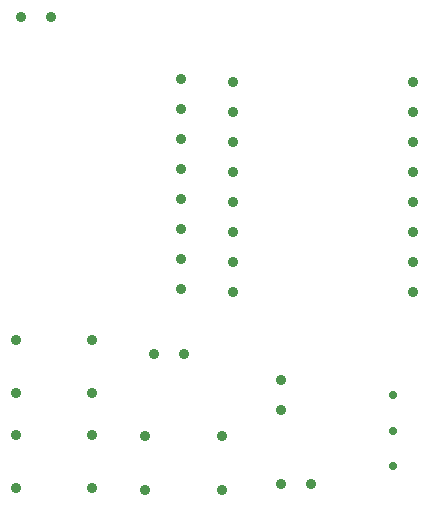
<source format=gbr>
%TF.GenerationSoftware,KiCad,Pcbnew,9.0.5+1*%
%TF.CreationDate,2025-11-07T16:34:05+01:00*%
%TF.ProjectId,PCB,5043422e-6b69-4636-9164-5f7063625858,rev?*%
%TF.SameCoordinates,Original*%
%TF.FileFunction,Plated,1,2,PTH,Drill*%
%TF.FilePolarity,Positive*%
%FSLAX46Y46*%
G04 Gerber Fmt 4.6, Leading zero omitted, Abs format (unit mm)*
G04 Created by KiCad (PCBNEW 9.0.5+1) date 2025-11-07 16:34:05*
%MOMM*%
%LPD*%
G01*
G04 APERTURE LIST*
%TA.AperFunction,ComponentDrill*%
%ADD10C,0.700000*%
%TD*%
%TA.AperFunction,ComponentDrill*%
%ADD11C,0.900000*%
%TD*%
G04 APERTURE END LIST*
D10*
%TO.C,SW4*%
X-178000000Y-19500000D03*
X-178000000Y-22500000D03*
X-178000000Y-25500000D03*
D11*
%TO.C,SW1*%
X-210000000Y-14800000D03*
X-210000000Y-19300000D03*
%TO.C,SW2*%
X-210000000Y-22900000D03*
X-210000000Y-27400000D03*
%TO.C,J1*%
X-209540000Y12500000D03*
X-207000000Y12500000D03*
%TO.C,SW1*%
X-203500000Y-14800000D03*
X-203500000Y-19300000D03*
%TO.C,SW2*%
X-203500000Y-22900000D03*
X-203500000Y-27400000D03*
%TO.C,SW3*%
X-199000000Y-23000000D03*
X-199000000Y-27500000D03*
%TO.C,D1*%
X-198270000Y-16000000D03*
%TO.C,U2*%
X-196000000Y7280000D03*
X-196000000Y4740000D03*
X-196000000Y2200000D03*
X-196000000Y-340000D03*
X-196000000Y-2880000D03*
X-196000000Y-5420000D03*
X-196000000Y-7960000D03*
X-196000000Y-10500000D03*
%TO.C,D1*%
X-195730000Y-16000000D03*
%TO.C,SW3*%
X-192500000Y-23000000D03*
X-192500000Y-27500000D03*
%TO.C,U1*%
X-191625000Y7025000D03*
X-191625000Y4485000D03*
X-191625000Y1945000D03*
X-191625000Y-595000D03*
X-191625000Y-3135000D03*
X-191625000Y-5675000D03*
X-191625000Y-8215000D03*
X-191625000Y-10755000D03*
%TO.C,J2*%
X-187540000Y-27000000D03*
%TO.C,D2*%
X-187500000Y-18230000D03*
X-187500000Y-20770000D03*
%TO.C,J2*%
X-185000000Y-27000000D03*
%TO.C,U1*%
X-176385000Y7025000D03*
X-176385000Y4485000D03*
X-176385000Y1945000D03*
X-176385000Y-595000D03*
X-176385000Y-3135000D03*
X-176385000Y-5675000D03*
X-176385000Y-8215000D03*
X-176385000Y-10755000D03*
M02*

</source>
